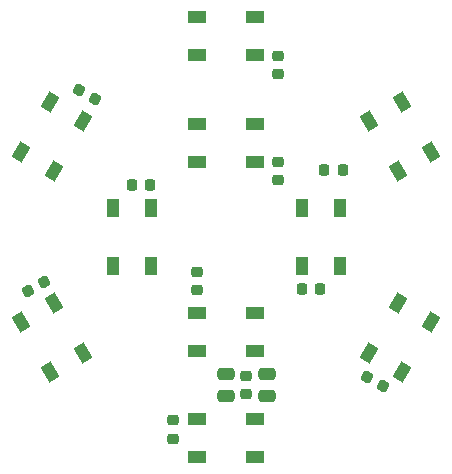
<source format=gbr>
%TF.GenerationSoftware,KiCad,Pcbnew,(6.0.5)*%
%TF.CreationDate,2022-05-23T16:41:30+02:00*%
%TF.ProjectId,qi-lamp-charger,71692d6c-616d-4702-9d63-686172676572,1.0.0*%
%TF.SameCoordinates,Original*%
%TF.FileFunction,Paste,Top*%
%TF.FilePolarity,Positive*%
%FSLAX46Y46*%
G04 Gerber Fmt 4.6, Leading zero omitted, Abs format (unit mm)*
G04 Created by KiCad (PCBNEW (6.0.5)) date 2022-05-23 16:41:30*
%MOMM*%
%LPD*%
G01*
G04 APERTURE LIST*
G04 Aperture macros list*
%AMRoundRect*
0 Rectangle with rounded corners*
0 $1 Rounding radius*
0 $2 $3 $4 $5 $6 $7 $8 $9 X,Y pos of 4 corners*
0 Add a 4 corners polygon primitive as box body*
4,1,4,$2,$3,$4,$5,$6,$7,$8,$9,$2,$3,0*
0 Add four circle primitives for the rounded corners*
1,1,$1+$1,$2,$3*
1,1,$1+$1,$4,$5*
1,1,$1+$1,$6,$7*
1,1,$1+$1,$8,$9*
0 Add four rect primitives between the rounded corners*
20,1,$1+$1,$2,$3,$4,$5,0*
20,1,$1+$1,$4,$5,$6,$7,0*
20,1,$1+$1,$6,$7,$8,$9,0*
20,1,$1+$1,$8,$9,$2,$3,0*%
%AMRotRect*
0 Rectangle, with rotation*
0 The origin of the aperture is its center*
0 $1 length*
0 $2 width*
0 $3 Rotation angle, in degrees counterclockwise*
0 Add horizontal line*
21,1,$1,$2,0,0,$3*%
G04 Aperture macros list end*
%ADD10RoundRect,0.225000X0.319856X0.104006X-0.069856X0.329006X-0.319856X-0.104006X0.069856X-0.329006X0*%
%ADD11RotRect,1.500000X1.000000X120.000000*%
%ADD12R,1.000000X1.500000*%
%ADD13RotRect,1.500000X1.000000X60.000000*%
%ADD14RoundRect,0.225000X-0.225000X-0.250000X0.225000X-0.250000X0.225000X0.250000X-0.225000X0.250000X0*%
%ADD15RoundRect,0.225000X0.250000X-0.225000X0.250000X0.225000X-0.250000X0.225000X-0.250000X-0.225000X0*%
%ADD16R,1.500000X1.000000*%
%ADD17RoundRect,0.225000X-0.250000X0.225000X-0.250000X-0.225000X0.250000X-0.225000X0.250000X0.225000X0*%
%ADD18RoundRect,0.225000X0.225000X0.250000X-0.225000X0.250000X-0.225000X-0.250000X0.225000X-0.250000X0*%
%ADD19RotRect,1.500000X1.000000X300.000000*%
%ADD20RoundRect,0.250000X0.475000X-0.250000X0.475000X0.250000X-0.475000X0.250000X-0.475000X-0.250000X0*%
%ADD21RotRect,1.500000X1.000000X240.000000*%
%ADD22RoundRect,0.225000X0.069856X0.329006X-0.319856X0.104006X-0.069856X-0.329006X0.319856X-0.104006X0*%
G04 APERTURE END LIST*
D10*
%TO.C,C26*%
X113271170Y-112587500D03*
X111928830Y-111812500D03*
%TD*%
D11*
%TO.C,D2*%
X114883073Y-88578238D03*
X112111791Y-90178238D03*
X114561791Y-94421762D03*
X117333073Y-92821762D03*
%TD*%
D12*
%TO.C,D8*%
X109600000Y-97550001D03*
X106400000Y-97550001D03*
X106400000Y-102450001D03*
X109600000Y-102450001D03*
%TD*%
D13*
%TO.C,D3*%
X117333073Y-107178238D03*
X114561791Y-105578238D03*
X112111791Y-109821762D03*
X114883073Y-111421762D03*
%TD*%
D14*
%TO.C,C25*%
X108325000Y-94300000D03*
X109875000Y-94300000D03*
%TD*%
D10*
%TO.C,C29*%
X88871170Y-88287500D03*
X87528830Y-87512500D03*
%TD*%
D15*
%TO.C,C27*%
X95500000Y-117075000D03*
X95500000Y-115525000D03*
%TD*%
D16*
%TO.C,D7*%
X97550000Y-90400000D03*
X97550000Y-93600000D03*
X102450000Y-93600000D03*
X102450000Y-90400000D03*
%TD*%
%TO.C,D4*%
X102450000Y-118600000D03*
X102450000Y-115400000D03*
X97550000Y-115400000D03*
X97550000Y-118600000D03*
%TD*%
D17*
%TO.C,C30*%
X104400000Y-93625000D03*
X104400000Y-95175000D03*
%TD*%
D18*
%TO.C,C31*%
X107975000Y-104400000D03*
X106425000Y-104400000D03*
%TD*%
D16*
%TO.C,D9*%
X102450000Y-109600000D03*
X102450000Y-106400000D03*
X97550000Y-106400000D03*
X97550000Y-109600000D03*
%TD*%
D19*
%TO.C,D5*%
X85116927Y-111421762D03*
X87888209Y-109821762D03*
X85438209Y-105578238D03*
X82666927Y-107178238D03*
%TD*%
D20*
%TO.C,C21*%
X99950002Y-113449997D03*
X99950002Y-111549997D03*
%TD*%
D16*
%TO.C,D1*%
X97550000Y-81400000D03*
X97550000Y-84600000D03*
X102450000Y-84600000D03*
X102450000Y-81400000D03*
%TD*%
D17*
%TO.C,C24*%
X104400000Y-84625000D03*
X104400000Y-86175000D03*
%TD*%
D21*
%TO.C,D6*%
X82666927Y-92821762D03*
X85438209Y-94421762D03*
X87888209Y-90178238D03*
X85116927Y-88578238D03*
%TD*%
D20*
%TO.C,C20*%
X103450001Y-113449991D03*
X103450001Y-111549991D03*
%TD*%
D14*
%TO.C,C33*%
X92025000Y-95600000D03*
X93575000Y-95600000D03*
%TD*%
D17*
%TO.C,C32*%
X97500000Y-102925000D03*
X97500000Y-104475000D03*
%TD*%
D12*
%TO.C,D10*%
X90400000Y-102450000D03*
X93600000Y-102450000D03*
X93600000Y-97550000D03*
X90400000Y-97550000D03*
%TD*%
D22*
%TO.C,C28*%
X84571170Y-103812500D03*
X83228830Y-104587500D03*
%TD*%
D15*
%TO.C,C3*%
X101700002Y-113274998D03*
X101700002Y-111724998D03*
%TD*%
M02*

</source>
